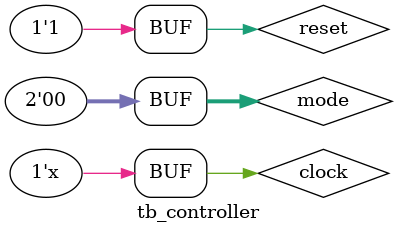
<source format=v>
module tb_controller;
	reg clock, reset;
	reg [1:0] mode;
	wire done;
	wire [127:0] product;
	
	controller dut1(clock, reset, mode, done, product);
	
	initial begin
		mode = 0;
		clock = 0; reset = 1;
		#10 reset = 0;
		#10 reset = 1;
	end
	
	always #10 clock = ~clock;
endmodule // tb_controller
</source>
